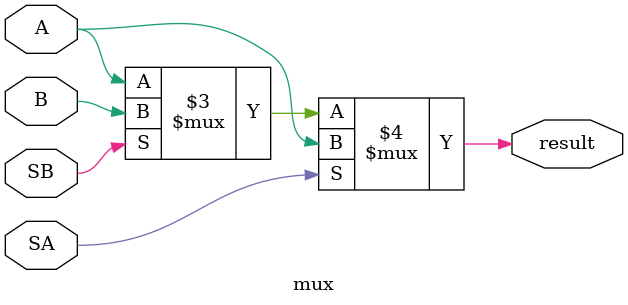
<source format=v>
module mux (
    input SA,
    input SB,
    input A,
    input B,
    output result
);
    assign result = (SA == 1'b1) ? A: 
                    (SB == 1'b1) ? B:
                    A ;
endmodule                     
</source>
